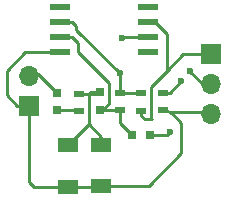
<source format=gbr>
G04 #@! TF.FileFunction,Copper,L1,Top,Signal*
%FSLAX46Y46*%
G04 Gerber Fmt 4.6, Leading zero omitted, Abs format (unit mm)*
G04 Created by KiCad (PCBNEW 4.0.7) date 07/15/18 12:38:24*
%MOMM*%
%LPD*%
G01*
G04 APERTURE LIST*
%ADD10C,0.100000*%
%ADD11R,0.750000X0.800000*%
%ADD12R,0.800000X0.750000*%
%ADD13R,1.700000X1.300000*%
%ADD14R,1.700000X1.700000*%
%ADD15O,1.700000X1.700000*%
%ADD16R,0.900000X0.500000*%
%ADD17R,1.750000X0.550000*%
%ADD18C,0.600000*%
%ADD19C,0.250000*%
G04 APERTURE END LIST*
D10*
D11*
X140086080Y-106661520D03*
X140086080Y-108161520D03*
X143764000Y-106620880D03*
X143764000Y-108120880D03*
D12*
X146506500Y-110279180D03*
X148006500Y-110279180D03*
D13*
X141036040Y-114612360D03*
X141036040Y-111112360D03*
X143860520Y-111071720D03*
X143860520Y-114571720D03*
D14*
X137744200Y-107820460D03*
D15*
X137744200Y-105280460D03*
D14*
X153116280Y-103418640D03*
D15*
X153116280Y-105958640D03*
X153116280Y-108498640D03*
D16*
X141955520Y-106742800D03*
X141955520Y-108242800D03*
X145450560Y-108161520D03*
X145450560Y-106661520D03*
X147259040Y-108181840D03*
X147259040Y-106681840D03*
X149067520Y-106661520D03*
X149067520Y-108161520D03*
D17*
X140394200Y-99441000D03*
X140394200Y-100711000D03*
X140394200Y-101981000D03*
X140394200Y-103251000D03*
X147794200Y-103251000D03*
X147794200Y-101981000D03*
X147794200Y-100711000D03*
X147794200Y-99441000D03*
D18*
X151378920Y-104866440D03*
X145592800Y-102026720D03*
X149656800Y-110032800D03*
X145430240Y-104993440D03*
X150632160Y-105704640D03*
D19*
X137744200Y-105280460D02*
X138539920Y-105115360D01*
X138539920Y-105115360D02*
X140086080Y-106661520D01*
X140086080Y-108161520D02*
X141874240Y-108161520D01*
X141874240Y-108161520D02*
X141955520Y-108242800D01*
X143860520Y-111071720D02*
X143860520Y-110391000D01*
X143860520Y-110391000D02*
X142808960Y-109339440D01*
X141955520Y-106742800D02*
X143642080Y-106742800D01*
X143642080Y-106742800D02*
X143764000Y-106620880D01*
X143764000Y-106620880D02*
X142969680Y-106620880D01*
X142969680Y-106620880D02*
X142808960Y-106781600D01*
X142808960Y-106781600D02*
X142808960Y-109339440D01*
X142808960Y-109339440D02*
X141036040Y-111112360D01*
X145450560Y-108161520D02*
X143804640Y-108161520D01*
X143804640Y-108161520D02*
X143764000Y-108120880D01*
X145450560Y-108161520D02*
X145450560Y-109223240D01*
X145450560Y-109223240D02*
X146506500Y-110279180D01*
X143764000Y-108120880D02*
X143969040Y-108120880D01*
X143969040Y-108120880D02*
X144515840Y-107574080D01*
X144515840Y-107574080D02*
X144515840Y-105806240D01*
X144515840Y-105806240D02*
X141914880Y-103205280D01*
X141914880Y-103205280D02*
X141914880Y-102473760D01*
X141914880Y-102473760D02*
X141422120Y-101981000D01*
X141422120Y-101981000D02*
X140394200Y-101981000D01*
X153116280Y-105958640D02*
X152455880Y-105958640D01*
X152455880Y-105958640D02*
X151378920Y-104881680D01*
X151378920Y-104881680D02*
X151378920Y-104866440D01*
X145638520Y-101981000D02*
X147794200Y-101981000D01*
X145592800Y-102026720D02*
X145638520Y-101981000D01*
X148006500Y-110279180D02*
X149410420Y-110279180D01*
X149410420Y-110279180D02*
X149656800Y-110032800D01*
X141036040Y-114612360D02*
X143819880Y-114612360D01*
X143819880Y-114612360D02*
X143860520Y-114571720D01*
X140394200Y-103251000D02*
X137421620Y-103251000D01*
X136729718Y-107755938D02*
X137744200Y-107820460D01*
X135869680Y-106895900D02*
X136729718Y-107755938D01*
X135869680Y-104802940D02*
X135869680Y-106895900D01*
X137421620Y-103251000D02*
X135869680Y-104802940D01*
X149067520Y-108161520D02*
X149695600Y-108263120D01*
X149695600Y-108263120D02*
X149778720Y-108346240D01*
X149778720Y-108346240D02*
X149819360Y-108346240D01*
X149819360Y-108346240D02*
X149819360Y-108386880D01*
X137744200Y-107820460D02*
X137784840Y-114200940D01*
X138203880Y-114612360D02*
X143819880Y-114612360D01*
X137784840Y-114200940D02*
X138203880Y-114612360D01*
X143819880Y-114612360D02*
X143847760Y-114584480D01*
X143847760Y-114584480D02*
X147868640Y-114584480D01*
X147868640Y-114584480D02*
X150652480Y-111800640D01*
X150652480Y-111800640D02*
X150652480Y-109220000D01*
X150652480Y-109220000D02*
X149819360Y-108386880D01*
X149819360Y-108386880D02*
X149695600Y-108263120D01*
X149695600Y-108263120D02*
X152890920Y-108273280D01*
X152890920Y-108273280D02*
X153116280Y-108498640D01*
X149412960Y-104851200D02*
X149412960Y-101721920D01*
X149412960Y-101721920D02*
X148402040Y-100711000D01*
X148402040Y-100711000D02*
X147794200Y-100711000D01*
X147259040Y-108181840D02*
X147259040Y-108630720D01*
X150784560Y-103418640D02*
X153116280Y-103418640D01*
X149397720Y-104851200D02*
X150784560Y-103418640D01*
X149412960Y-104851200D02*
X149397720Y-104851200D01*
X148092160Y-106172000D02*
X149412960Y-104851200D01*
X148092160Y-108813600D02*
X148092160Y-106172000D01*
X148173440Y-108894880D02*
X148092160Y-108813600D01*
X147523200Y-108894880D02*
X148173440Y-108894880D01*
X147259040Y-108630720D02*
X147523200Y-108894880D01*
X145450560Y-106661520D02*
X147238720Y-106661520D01*
X147238720Y-106661520D02*
X147259040Y-106681840D01*
X149067520Y-106661520D02*
X149675280Y-106661520D01*
X145430240Y-104993440D02*
X145450560Y-105013760D01*
X149675280Y-106661520D02*
X150632160Y-105704640D01*
X145450560Y-106661520D02*
X145450560Y-105013760D01*
X141411960Y-100711000D02*
X140394200Y-100711000D01*
X141752320Y-101051360D02*
X141411960Y-100711000D01*
X141752320Y-101315520D02*
X141752320Y-101051360D01*
X145450560Y-105013760D02*
X141752320Y-101315520D01*
M02*

</source>
